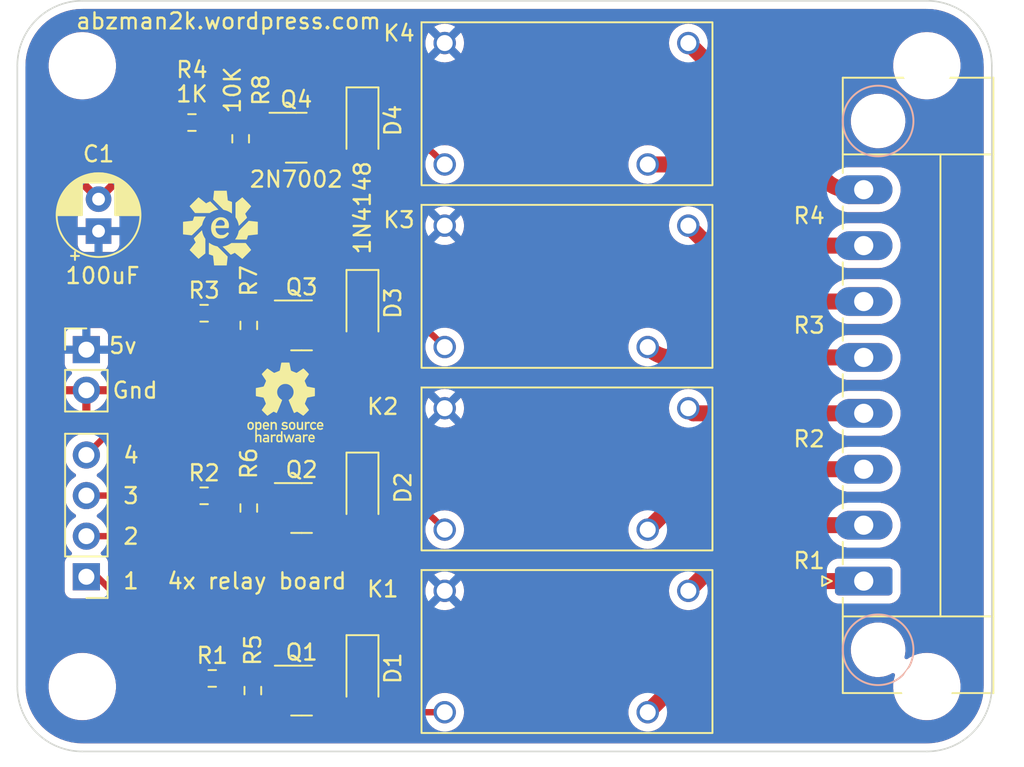
<source format=kicad_pcb>
(kicad_pcb (version 20211014) (generator pcbnew)
  (layers (0 "F.Cu" signal) (31 "B.Cu" signal) (34 "B.Paste" user) (35 "F.Paste" user) (36 "B.SilkS" user "B.Silkscreen") (37 "F.SilkS" user "F.Silkscreen") (38 "B.Mask" user) (39 "F.Mask" user) (44 "Edge.Cuts" user))
  (net 0 "")
  (net 1 "Net-(Q1-Pad1)")
  (net 2 "Net-(D1-Pad2)")
  (net 3 "+5V")
  (net 4 "Net-(D2-Pad2)")
  (net 5 "Net-(D3-Pad2)")
  (net 6 "Net-(D4-Pad2)")
  (net 7 "GND")
  (net 8 "/D1")
  (net 9 "/D2")
  (net 10 "/D3")
  (net 11 "/D4")
  (net 12 "/R1-1")
  (net 13 "/R1-2")
  (net 14 "/R2-1")
  (net 15 "/R2-2")
  (net 16 "/R3-1")
  (net 17 "/R3-2")
  (net 18 "/R4-1")
  (net 19 "/R4-2")
  (net 20 "Net-(Q2-Pad1)")
  (net 21 "Net-(Q3-Pad1)")
  (net 22 "Net-(Q4-Pad1)")
  (footprint "Resistor_SMD:R_0603_1608Metric" (layer "F.Cu") (at 140.208 64.77 -90)
    (fp_text reference "R7" (at -2.794 0 90) (layer "F.SilkS"))
    (fp_text value "10K")
    (pad "1" smd roundrect locked (at -0.825 0 270) (size 0.8 0.95) (layers "F.Cu" "F.Paste" "F.Mask") (net 21 "Net-(Q3-Pad1)"))
    (pad "2" smd roundrect locked (at 0.825 0 270) (size 0.8 0.95) (layers "F.Cu" "F.Paste" "F.Mask") (net 7 "GND"))
  )
  (footprint "Connector_PinHeader_2.54mm:PinHeader_1x02_P2.54mm_Vertical" (layer "F.Cu") (at 130.048 66.289)
    (fp_text reference "J1" hide)
    (fp_text value "Conn_01x02")
    (pad "1" thru_hole rect locked (at 0 0) (size 1.7 1.7) (drill 1) (layers *.Cu *.Mask) (net 3 "+5V"))
    (pad "2" thru_hole oval locked (at 0 2.54) (size 1.7 1.7) (drill 1) (layers *.Cu *.Mask) (net 7 "GND"))
  )
  (footprint "Connector_Phoenix_MC:PhoenixContact_MC_1,5_8-GF-3.5_1x08_P3.50mm_Horizontal_ThreadedFlange_MountHole" (layer "F.Cu") (at 178.6775 80.775 90)
    (fp_text reference "J3" hide)
    (fp_text value "Screw_Terminal_01x08")
    (pad "" np_thru_hole circle locked (at 28.8 0.9 90) (size 2.4 2.4) (drill 2.4) (layers *.Cu *.Mask))
    (pad "" np_thru_hole circle locked (at -4.3 0.9 90) (size 2.4 2.4) (drill 2.4) (layers *.Cu *.Mask))
    (pad "1" thru_hole roundrect locked (at 0 0 90) (size 1.8 3.6) (drill 1.2) (layers *.Cu *.Mask) (roundrect_rratio 0.1388888889) (net 12 "/R1-1"))
    (pad "2" thru_hole oval locked (at 3.5 0 90) (size 1.8 3.6) (drill 1.2) (layers *.Cu *.Mask) (net 13 "/R1-2"))
    (pad "3" thru_hole oval locked (at 7 0 90) (size 1.8 3.6) (drill 1.2) (layers *.Cu *.Mask) (net 14 "/R2-1"))
    (pad "4" thru_hole oval locked (at 10.5 0 90) (size 1.8 3.6) (drill 1.2) (layers *.Cu *.Mask) (net 15 "/R2-2"))
    (pad "5" thru_hole oval locked (at 14 0 90) (size 1.8 3.6) (drill 1.2) (layers *.Cu *.Mask) (net 16 "/R3-1"))
    (pad "6" thru_hole oval locked (at 17.5 0 90) (size 1.8 3.6) (drill 1.2) (layers *.Cu *.Mask) (net 17 "/R3-2"))
    (pad "7" thru_hole oval locked (at 21 0 90) (size 1.8 3.6) (drill 1.2) (layers *.Cu *.Mask) (net 18 "/R4-1"))
    (pad "8" thru_hole oval locked (at 24.5 0 90) (size 1.8 3.6) (drill 1.2) (layers *.Cu *.Mask) (net 19 "/R4-2"))
  )
  (footprint "Diode_SMD:D_SOD-123F" (layer "F.Cu") (at 147.32 52.07 -90)
    (fp_text reference "D4" (at -0.127 -1.905 90) (layer "F.SilkS"))
    (fp_text value "1N4148" (at 5.334 0 90) (layer "F.SilkS"))
    (pad "1" smd rect locked (at -1.4 0 270) (size 1.1 1.1) (layers "F.Cu" "F.Paste" "F.Mask") (net 3 "+5V"))
    (pad "2" smd rect locked (at 1.4 0 270) (size 1.1 1.1) (layers "F.Cu" "F.Paste" "F.Mask") (net 6 "Net-(D4-Pad2)"))
  )
  (footprint "MountingHole:MountingHole_3.2mm_M3" (layer "F.Cu") (at 182.626 87.376)
    (fp_text reference "H2" hide)
    (fp_text value "MountingHole")
    (pad "" np_thru_hole circle locked (at 0 0) (size 3.2 3.2) (drill 3.2) (layers *.Cu *.Mask))
  )
  (footprint "Resistor_SMD:R_0603_1608Metric" (layer "F.Cu") (at 137.414 75.438)
    (fp_text reference "R2" (at 0 -1.43) (layer "F.SilkS"))
    (fp_text value "1K")
    (pad "1" smd roundrect locked (at -0.825 0) (size 0.8 0.95) (layers "F.Cu" "F.Paste" "F.Mask") (net 9 "/D2"))
    (pad "2" smd roundrect locked (at 0.825 0) (size 0.8 0.95) (layers "F.Cu" "F.Paste" "F.Mask") (net 20 "Net-(Q2-Pad1)"))
  )
  (footprint "Evan's misc parts:sonoff relay" (layer "F.Cu") (at 150.765 68.405)
    (fp_text reference "K2" (at -2.175 1.445 unlocked) (layer "F.SilkS"))
    (fp_text value "sonoff_relay")
    (pad "1" thru_hole circle (at 1.7 1.55) (size 1.4 1.4) (drill 1) (layers *.Cu *.Mask) (net 3 "+5V"))
    (pad "2" thru_hole circle (at 16.94 1.55) (size 1.4 1.4) (drill 1) (layers *.Cu *.Mask) (net 15 "/R2-2"))
    (pad "3" thru_hole circle (at 14.4 9.15) (size 1.4 1.4) (drill 1) (layers *.Cu *.Mask) (net 14 "/R2-1"))
    (pad "4" thru_hole circle (at 1.7 9.15) (size 1.4 1.4) (drill 1) (layers *.Cu *.Mask) (net 4 "Net-(D2-Pad2)"))
  )
  (footprint "Package_TO_SOT_SMD:SOT-23" (layer "F.Cu") (at 143.51 76.2)
    (fp_text reference "Q2" (at 0 -2.4) (layer "F.SilkS"))
    (fp_text value "2N7002")
    (pad "1" smd roundrect locked (at -0.9375 -0.95) (size 1.475 0.6) (layers "F.Cu" "F.Paste" "F.Mask") (net 20 "Net-(Q2-Pad1)"))
    (pad "2" smd roundrect locked (at -0.9375 0.95) (size 1.475 0.6) (layers "F.Cu" "F.Paste" "F.Mask") (net 7 "GND"))
    (pad "3" smd roundrect locked (at 0.9375 0) (size 1.475 0.6) (layers "F.Cu" "F.Paste" "F.Mask") (net 4 "Net-(D2-Pad2)"))
  )
  (footprint "Resistor_SMD:R_0603_1608Metric" (layer "F.Cu") (at 136.652 52.07)
    (fp_text reference "R4" (at 0 -3.302) (layer "F.SilkS"))
    (fp_text value "1K" (at 0 -1.778) (layer "F.SilkS"))
    (pad "1" smd roundrect locked (at -0.825 0) (size 0.8 0.95) (layers "F.Cu" "F.Paste" "F.Mask") (net 11 "/D4"))
    (pad "2" smd roundrect locked (at 0.825 0) (size 0.8 0.95) (layers "F.Cu" "F.Paste" "F.Mask") (net 22 "Net-(Q4-Pad1)"))
  )
  (footprint "Capacitor_THT:CP_Radial_D5.0mm_P2.00mm" (layer "F.Cu") (at 130.81 58.867113 90)
    (fp_text reference "C1" (at 4.826 0 180) (layer "F.SilkS"))
    (fp_text value "100uF" (at -2.794 0.254 180) (layer "F.SilkS"))
    (pad "1" thru_hole rect locked (at 0 0 90) (size 1.6 1.6) (drill 0.8) (layers *.Cu *.Mask) (net 3 "+5V"))
    (pad "2" thru_hole circle locked (at 2 0 90) (size 1.6 1.6) (drill 0.8) (layers *.Cu *.Mask) (net 7 "GND"))
  )
  (footprint "Diode_SMD:D_SOD-123F" (layer "F.Cu") (at 147.32 63.5 -90)
    (fp_text reference "D3" (at -0.127 -1.905 90) (layer "F.SilkS"))
    (fp_text value "1N4148")
    (pad "1" smd rect locked (at -1.4 0 270) (size 1.1 1.1) (layers "F.Cu" "F.Paste" "F.Mask") (net 3 "+5V"))
    (pad "2" smd rect locked (at 1.4 0 270) (size 1.1 1.1) (layers "F.Cu" "F.Paste" "F.Mask") (net 5 "Net-(D3-Pad2)"))
  )
  (footprint "Package_TO_SOT_SMD:SOT-23" (layer "F.Cu") (at 143.1775 53.02)
    (fp_text reference "Q4" (at 0 -2.4) (layer "F.SilkS"))
    (fp_text value "2N7002" (at 0 2.606) (layer "F.SilkS"))
    (pad "1" smd roundrect locked (at -0.9375 -0.95) (size 1.475 0.6) (layers "F.Cu" "F.Paste" "F.Mask") (net 22 "Net-(Q4-Pad1)"))
    (pad "2" smd roundrect locked (at -0.9375 0.95) (size 1.475 0.6) (layers "F.Cu" "F.Paste" "F.Mask") (net 7 "GND"))
    (pad "3" smd roundrect locked (at 0.9375 0) (size 1.475 0.6) (layers "F.Cu" "F.Paste" "F.Mask") (net 6 "Net-(D4-Pad2)"))
  )
  (footprint "Connector_PinHeader_2.54mm:PinHeader_1x04_P2.54mm_Vertical" (layer "F.Cu") (at 130.048 80.503 180)
    (fp_text reference "J2" hide)
    (fp_text value "Conn_01x04")
    (pad "1" thru_hole rect locked (at 0 0 180) (size 1.7 1.7) (drill 1) (layers *.Cu *.Mask) (net 8 "/D1"))
    (pad "2" thru_hole oval locked (at 0 2.54 180) (size 1.7 1.7) (drill 1) (layers *.Cu *.Mask) (net 9 "/D2"))
    (pad "3" thru_hole oval locked (at 0 5.08 180) (size 1.7 1.7) (drill 1) (layers *.Cu *.Mask) (net 10 "/D3"))
    (pad "4" thru_hole oval locked (at 0 7.62 180) (size 1.7 1.7) (drill 1) (layers *.Cu *.Mask) (net 11 "/D4"))
  )
  (footprint "Resistor_SMD:R_0603_1608Metric" (layer "F.Cu") (at 140.208 76.2 -90)
    (fp_text reference "R6" (at -2.794 0 90) (layer "F.SilkS"))
    (fp_text value "10K")
    (pad "1" smd roundrect locked (at -0.825 0 270) (size 0.8 0.95) (layers "F.Cu" "F.Paste" "F.Mask") (net 20 "Net-(Q2-Pad1)"))
    (pad "2" smd roundrect locked (at 0.825 0 270) (size 0.8 0.95) (layers "F.Cu" "F.Paste" "F.Mask") (net 7 "GND"))
  )
  (footprint "Evan's misc parts:OSHW gear" (layer "F.Cu") (at 142.494 69.596)
    (fp_text reference "G***" hide)
    (fp_text value "LOGO" hide)
  )
  (footprint "Evan's misc parts:sonoff relay" (layer "F.Cu") (at 150.765 79.835)
    (fp_text reference "K1" (at -2.175 1.445 unlocked) (layer "F.SilkS"))
    (fp_text value "sonoff_relay")
    (pad "1" thru_hole circle (at 1.7 1.55) (size 1.4 1.4) (drill 1) (layers *.Cu *.Mask) (net 3 "+5V"))
    (pad "2" thru_hole circle (at 16.94 1.55) (size 1.4 1.4) (drill 1) (layers *.Cu *.Mask) (net 13 "/R1-2"))
    (pad "3" thru_hole circle (at 14.4 9.15) (size 1.4 1.4) (drill 1) (layers *.Cu *.Mask) (net 12 "/R1-1"))
    (pad "4" thru_hole circle (at 1.7 9.15) (size 1.4 1.4) (drill 1) (layers *.Cu *.Mask) (net 2 "Net-(D1-Pad2)"))
  )
  (footprint "Resistor_SMD:R_0603_1608Metric" (layer "F.Cu") (at 140.462 87.63 -90)
    (fp_text reference "R5" (at -2.54 0 90) (layer "F.SilkS"))
    (fp_text value "10K")
    (pad "1" smd roundrect locked (at -0.825 0 270) (size 0.8 0.95) (layers "F.Cu" "F.Paste" "F.Mask") (net 1 "Net-(Q1-Pad1)"))
    (pad "2" smd roundrect locked (at 0.825 0 270) (size 0.8 0.95) (layers "F.Cu" "F.Paste" "F.Mask") (net 7 "GND"))
  )
  (footprint "MountingHole:MountingHole_3.2mm_M3" (layer "F.Cu") (at 129.794 87.376)
    (fp_text reference "H4" hide)
    (fp_text value "MountingHole")
    (pad "" np_thru_hole circle locked (at 0 0) (size 3.2 3.2) (drill 3.2) (layers *.Cu *.Mask))
  )
  (footprint "Package_TO_SOT_SMD:SOT-23" (layer "F.Cu") (at 143.51 87.63)
    (fp_text reference "Q1" (at 0 -2.4) (layer "F.SilkS"))
    (fp_text value "2N7002")
    (pad "1" smd roundrect locked (at -0.9375 -0.95) (size 1.475 0.6) (layers "F.Cu" "F.Paste" "F.Mask") (net 1 "Net-(Q1-Pad1)"))
    (pad "2" smd roundrect locked (at -0.9375 0.95) (size 1.475 0.6) (layers "F.Cu" "F.Paste" "F.Mask") (net 7 "GND"))
    (pad "3" smd roundrect locked (at 0.9375 0) (size 1.475 0.6) (layers "F.Cu" "F.Paste" "F.Mask") (net 2 "Net-(D1-Pad2)"))
  )
  (footprint "Resistor_SMD:R_0603_1608Metric" (layer "F.Cu") (at 137.922 86.868)
    (fp_text reference "R1" (at 0 -1.43) (layer "F.SilkS"))
    (fp_text value "1K")
    (pad "1" smd roundrect locked (at -0.825 0) (size 0.8 0.95) (layers "F.Cu" "F.Paste" "F.Mask") (net 8 "/D1"))
    (pad "2" smd roundrect locked (at 0.825 0) (size 0.8 0.95) (layers "F.Cu" "F.Paste" "F.Mask") (net 1 "Net-(Q1-Pad1)"))
  )
  (footprint "Diode_SMD:D_SOD-123F" (layer "F.Cu") (at 147.32 86.36 -90)
    (fp_text reference "D1" (at -0.127 -1.905 90) (layer "F.SilkS"))
    (fp_text value "1N4148")
    (pad "1" smd rect locked (at -1.4 0 270) (size 1.1 1.1) (layers "F.Cu" "F.Paste" "F.Mask") (net 3 "+5V"))
    (pad "2" smd rect locked (at 1.4 0 270) (size 1.1 1.1) (layers "F.Cu" "F.Paste" "F.Mask") (net 2 "Net-(D1-Pad2)"))
  )
  (footprint "MountingHole:MountingHole_3.2mm_M3" (layer "F.Cu") (at 129.794 48.514)
    (fp_text reference "H3" hide)
    (fp_text value "MountingHole")
    (pad "" np_thru_hole circle locked (at 0 0) (size 3.2 3.2) (drill 3.2) (layers *.Cu *.Mask))
  )
  (footprint "Resistor_SMD:R_0603_1608Metric" (layer "F.Cu") (at 137.414 64.008)
    (fp_text reference "R3" (at 0 -1.43) (layer "F.SilkS"))
    (fp_text value "1K")
    (pad "1" smd roundrect locked (at -0.825 0) (size 0.8 0.95) (layers "F.Cu" "F.Paste" "F.Mask") (net 10 "/D3"))
    (pad "2" smd roundrect locked (at 0.825 0) (size 0.8 0.95) (layers "F.Cu" "F.Paste" "F.Mask") (net 21 "Net-(Q3-Pad1)"))
  )
  (footprint "Evan's misc parts:sonoff relay" (layer "F.Cu") (at 150.765 45.545)
    (fp_text reference "K4" (at -1.159 0.937 unlocked) (layer "F.SilkS"))
    (fp_text value "sonoff_relay")
    (pad "1" thru_hole circle (at 1.7 1.55) (size 1.4 1.4) (drill 1) (layers *.Cu *.Mask) (net 3 "+5V"))
    (pad "2" thru_hole circle (at 16.94 1.55) (size 1.4 1.4) (drill 1) (layers *.Cu *.Mask) (net 19 "/R4-2"))
    (pad "3" thru_hole circle (at 14.4 9.15) (size 1.4 1.4) (drill 1) (layers *.Cu *.Mask) (net 18 "/R4-1"))
    (pad "4" thru_hole circle (at 1.7 9.15) (size 1.4 1.4) (drill 1) (layers *.Cu *.Mask) (net 6 "Net-(D4-Pad2)"))
  )
  (footprint "Diode_SMD:D_SOD-123F" (layer "F.Cu") (at 147.32 74.93 -90)
    (fp_text reference "D2" (at 0 -2.54 -90) (layer "F.SilkS"))
    (fp_text value "1N4148")
    (pad "1" smd rect locked (at -1.4 0 270) (size 1.1 1.1) (layers "F.Cu" "F.Paste" "F.Mask") (net 3 "+5V"))
    (pad "2" smd rect locked (at 1.4 0 270) (size 1.1 1.1) (layers "F.Cu" "F.Paste" "F.Mask") (net 4 "Net-(D2-Pad2)"))
  )
  (footprint "Resistor_SMD:R_0603_1608Metric" (layer "F.Cu") (at 139.7 53.086 -90)
    (fp_text reference "R8" (at -3.048 -1.27 90) (layer "F.SilkS"))
    (fp_text value "10K" (at -3.048 0.508 90) (layer "F.SilkS"))
    (pad "1" smd roundrect locked (at -0.825 0 270) (size 0.8 0.95) (layers "F.Cu" "F.Paste" "F.Mask") (net 22 "Net-(Q4-Pad1)"))
    (pad "2" smd roundrect locked (at 0.825 0 270) (size 0.8 0.95) (layers "F.Cu" "F.Paste" "F.Mask") (net 7 "GND"))
  )
  (footprint "Evan's misc parts:Evan Logo" (layer "F.Cu") (at 138.43 58.674)
    (fp_text reference "REF**" hide)
    (fp_text value "LOGO")
  )
  (footprint "MountingHole:MountingHole_3.2mm_M3" (layer "F.Cu") (at 182.626 48.514)
    (fp_text reference "H1" hide)
    (fp_text value "MountingHole")
    (pad "" np_thru_hole circle locked (at 0 0) (size 3.2 3.2) (drill 3.2) (layers *.Cu *.Mask))
  )
  (footprint "Evan's misc parts:sonoff relay" (layer "F.Cu") (at 150.765 56.975)
    (fp_text reference "K3" (at -1.159 1.191 unlocked) (layer "F.SilkS"))
    (fp_text value "sonoff_relay")
    (pad "1" thru_hole circle (at 1.7 1.55) (size 1.4 1.4) (drill 1) (layers *.Cu *.Mask) (net 3 "+5V"))
    (pad "2" thru_hole circle (at 16.94 1.55) (size 1.4 1.4) (drill 1) (layers *.Cu *.Mask) (net 17 "/R3-2"))
    (pad "3" thru_hole circle (at 14.4 9.15) (size 1.4 1.4) (drill 1) (layers *.Cu *.Mask) (net 16 "/R3-1"))
    (pad "4" thru_hole circle (at 1.7 9.15) (size 1.4 1.4) (drill 1) (layers *.Cu *.Mask) (net 5 "Net-(D3-Pad2)"))
  )
  (footprint "Package_TO_SOT_SMD:SOT-23" (layer "F.Cu") (at 143.51 64.77)
    (fp_text reference "Q3" (at 0 -2.4) (layer "F.SilkS"))
    (fp_text value "2N7002")
    (pad "1" smd roundrect locked (at -0.9375 -0.95) (size 1.475 0.6) (layers "F.Cu" "F.Paste" "F.Mask") (net 21 "Net-(Q3-Pad1)"))
    (pad "2" smd roundrect locked (at -0.9375 0.95) (size 1.475 0.6) (layers "F.Cu" "F.Paste" "F.Mask") (net 7 "GND"))
    (pad "3" smd roundrect locked (at 0.9375 0) (size 1.475 0.6) (layers "F.Cu" "F.Paste" "F.Mask") (net 5 "Net-(D3-Pad2)"))
  )
  (gr_line (start 129.794 44.45) (end 182.626 44.45) (layer "Edge.Cuts") (width 0.1))
  (gr_line (start 125.73 87.376) (end 125.73 48.514) (layer "Edge.Cuts") (width 0.1))
  (gr_arc (start 125.73 48.514) (mid 126.920318 45.640318) (end 129.794 44.45) (layer "Edge.Cuts") (width 0.1))
  (gr_line (start 186.69 48.514) (end 186.69 87.376) (layer "Edge.Cuts") (width 0.1))
  (gr_line (start 182.626 91.44) (end 129.794 91.44) (layer "Edge.Cuts") (width 0.1))
  (gr_arc (start 129.794 91.44) (mid 126.920318 90.249682) (end 125.73 87.376) (layer "Edge.Cuts") (width 0.1))
  (gr_arc (start 182.626 44.45) (mid 185.499682 45.640318) (end 186.69 48.514) (layer "Edge.Cuts") (width 0.1))
  (gr_arc (start 186.69 87.376) (mid 185.499682 90.249682) (end 182.626 91.44) (layer "Edge.Cuts") (width 0.1))
  (gr_text "4" (at 132.842 72.898) (layer "F.SilkS") (effects (font (size 1 1))))
  (gr_text "abzman2k.wordpress.com" (at 138.938 45.72) (layer "F.SilkS") (effects (font (size 1 1))))
  (gr_text "Gnd" (at 133.096 68.834) (layer "F.SilkS") (effects (font (size 1 1))))
  (gr_text "5v" (at 132.334 66.04) (layer "F.SilkS") (effects (font (size 1 1))))
  (gr_text "3" (at 132.842 75.438) (layer "F.SilkS") (effects (font (size 1 1))))
  (gr_text "4x relay board" (at 140.716 80.772) (layer "F.SilkS") (effects (font (size 1 1))))
  (gr_text "1" (at 132.842 80.772) (layer "F.SilkS") (effects (font (size 1 1))))
  (gr_text "R4" (at 175.26 57.912) (layer "F.SilkS") (effects (font (size 1 1))))
  (gr_text "R3" (at 175.26 64.77) (layer "F.SilkS") (effects (font (size 1 1))))
  (gr_text "R1" (at 175.26 79.502) (layer "F.SilkS") (effects (font (size 1 1))))
  (gr_text "R2" (at 175.26 71.882) (layer "F.SilkS") (effects (font (size 1 1))))
  (gr_text "2" (at 132.842 77.978) (layer "F.SilkS") (effects (font (size 1 1))))
  (segment (start 140.462 86.805) (end 138.81 86.805) (width 0.4) (layer "F.Cu") (net 1))
  (segment (start 138.81 86.805) (end 138.747 86.868) (width 0.4) (layer "F.Cu") (net 1))
  (segment (start 142.5725 86.68) (end 140.587 86.68) (width 0.4) (layer "F.Cu") (net 1))
  (segment (start 140.587 86.68) (end 140.462 86.805) (width 0.4) (layer "F.Cu") (net 1))
  (segment (start 144.4475 87.63) (end 147.19 87.63) (width 0.4) (layer "F.Cu") (net 2))
  (segment (start 147.959213 88.399213) (end 147.32 87.76) (width 0.4) (layer "F.Cu") (net 2))
  (segment (start 147.19 87.63) (end 147.32 87.76) (width 0.4) (layer "F.Cu") (net 2))
  (segment (start 152.465 88.985) (end 149.373427 88.985) (width 0.4) (layer "F.Cu") (net 2))
  (arc (start 147.959213 88.399213) (mid 148.60806 88.832759) (end 149.373427 88.985) (width 0.4) (layer "F.Cu") (net 2))
  (segment (start 149.475787 61.514213) (end 152.465 58.525) (width 0.4) (layer "F.Cu") (net 3))
  (segment (start 147.32 62.1) (end 148.061573 62.1) (width 0.4) (layer "F.Cu") (net 3))
  (segment (start 147.32 73.53) (end 148.061573 73.53) (width 0.4) (layer "F.Cu") (net 3))
  (segment (start 149.475787 84.374213) (end 152.465 81.385) (width 0.4) (layer "F.Cu") (net 3))
  (segment (start 152.465 47.095) (end 149.475786 50.084214) (width 0.4) (layer "F.Cu") (net 3))
  (segment (start 149.475787 72.944213) (end 152.465 69.955) (width 0.4) (layer "F.Cu") (net 3))
  (segment (start 147.32 84.96) (end 148.061573 84.96) (width 0.4) (layer "F.Cu") (net 3))
  (segment (start 148.061573 50.67) (end 147.32 50.67) (width 0.4) (layer "F.Cu") (net 3))
  (arc (start 148.061573 50.67) (mid 148.82694 50.517759) (end 149.475786 50.084214) (width 0.4) (layer "F.Cu") (net 3))
  (arc (start 148.061573 84.96) (mid 148.82694 84.807759) (end 149.475787 84.374213) (width 0.4) (layer "F.Cu") (net 3))
  (arc (start 148.061573 73.53) (mid 148.82694 73.377759) (end 149.475787 72.944213) (width 0.4) (layer "F.Cu") (net 3))
  (arc (start 149.475787 61.514213) (mid 148.82694 61.947759) (end 148.061573 62.1) (width 0.4) (layer "F.Cu") (net 3))
  (segment (start 147.32 76.33) (end 150.411573 76.33) (width 0.4) (layer "F.Cu") (net 4))
  (segment (start 151.825787 76.915787) (end 152.465 77.555) (width 0.4) (layer "F.Cu") (net 4))
  (segment (start 144.4475 76.2) (end 147.19 76.2) (width 0.4) (layer "F.Cu") (net 4))
  (segment (start 147.19 76.2) (end 147.32 76.33) (width 0.4) (layer "F.Cu") (net 4))
  (arc (start 151.825787 76.915787) (mid 151.17694 76.482241) (end 150.411573 76.33) (width 0.4) (layer "F.Cu") (net 4))
  (segment (start 147.32 64.9) (end 144.5775 64.9) (width 0.4) (layer "F.Cu") (net 5))
  (segment (start 151.825787 65.485787) (end 152.465 66.125) (width 0.4) (layer "F.Cu") (net 5))
  (segment (start 147.32 64.9) (end 150.411573 64.9) (width 0.4) (layer "F.Cu") (net 5))
  (segment (start 144.5775 64.9) (end 144.4475 64.77) (width 0.4) (layer "F.Cu") (net 5))
  (arc (start 150.411573 64.9) (mid 151.17694 65.052241) (end 151.825787 65.485787) (width 0.4) (layer "F.Cu") (net 5))
  (segment (start 147.32 53.47) (end 150.411573 53.47) (width 0.4) (layer "F.Cu") (net 6))
  (segment (start 147.32 53.47) (end 144.565 53.47) (width 0.4) (layer "F.Cu") (net 6))
  (segment (start 151.825787 54.055787) (end 152.465 54.695) (width 0.4) (layer "F.Cu") (net 6))
  (segment (start 144.565 53.47) (end 144.115 53.02) (width 0.4) (layer "F.Cu") (net 6))
  (arc (start 151.825787 54.055787) (mid 151.17694 53.622241) (end 150.411573 53.47) (width 0.4) (layer "F.Cu") (net 6))
  (segment (start 130.048 80.503) (end 130.732 80.503) (width 0.4) (layer "F.Cu") (net 8))
  (segment (start 130.732 80.503) (end 137.097 86.868) (width 0.4) (layer "F.Cu") (net 8))
  (segment (start 130.048 77.963) (end 133.235573 77.963) (width 0.4) (layer "F.Cu") (net 9))
  (segment (start 134.649787 77.377213) (end 136.589 75.438) (width 0.4) (layer "F.Cu") (net 9))
  (arc (start 134.649787 77.377213) (mid 134.00094 77.810759) (end 133.235573 77.963) (width 0.4) (layer "F.Cu") (net 9))
  (segment (start 130.048 75.423) (end 132.028573 75.423) (width 0.4) (layer "F.Cu") (net 10))
  (segment (start 136.589 70.862573) (end 136.589 64.008) (width 0.4) (layer "F.Cu") (net 10))
  (segment (start 133.442787 74.837213) (end 136.003214 72.276786) (width 0.4) (layer "F.Cu") (net 10))
  (arc (start 132.028573 75.423) (mid 132.79394 75.270759) (end 133.442787 74.837213) (width 0.4) (layer "F.Cu") (net 10))
  (arc (start 136.589 70.862573) (mid 136.436759 71.62794) (end 136.003214 72.276786) (width 0.4) (layer "F.Cu") (net 10))
  (segment (start 130.048 72.883) (end 133.780214 69.150786) (width 0.4) (layer "F.Cu") (net 11))
  (segment (start 134.366 67.736573) (end 134.366 54.359427) (width 0.4) (layer "F.Cu") (net 11))
  (segment (start 134.951787 52.945213) (end 135.827 52.07) (width 0.4) (layer "F.Cu") (net 11))
  (arc (start 134.366 54.359427) (mid 134.518241 53.59406) (end 134.951787 52.945213) (width 0.4) (layer "F.Cu") (net 11))
  (arc (start 134.366 67.736573) (mid 134.213759 68.50194) (end 133.780214 69.150786) (width 0.4) (layer "F.Cu") (net 11))
  (segment (start 172.789213 81.360787) (end 165.165 88.985) (width 1) (layer "F.Cu") (net 12))
  (segment (start 178.6775 80.775) (end 174.203427 80.775) (width 1) (layer "F.Cu") (net 12))
  (arc (start 174.203427 80.775) (mid 173.43806 80.927241) (end 172.789213 81.360787) (width 1) (layer "F.Cu") (net 12))
  (segment (start 171.229213 77.860787) (end 167.705 81.385) (width 1) (layer "F.Cu") (net 13))
  (segment (start 178.6185 77.216) (end 178.6775 77.275) (width 1) (layer "F.Cu") (net 13))
  (segment (start 178.6775 77.275) (end 172.643427 77.275) (width 1) (layer "F.Cu") (net 13))
  (arc (start 172.643427 77.275) (mid 171.87806 77.427241) (end 171.229213 77.860787) (width 1) (layer "F.Cu") (net 13))
  (segment (start 178.6775 73.775) (end 169.773427 73.775) (width 1) (layer "F.Cu") (net 14))
  (segment (start 178.3085 73.406) (end 178.6775 73.775) (width 1) (layer "F.Cu") (net 14))
  (segment (start 168.359213 74.360787) (end 165.165 77.555) (width 1) (layer "F.Cu") (net 14))
  (arc (start 168.359213 74.360787) (mid 169.00806 73.927241) (end 169.773427 73.775) (width 1) (layer "F.Cu") (net 14))
  (segment (start 168.025 70.275) (end 167.705 69.955) (width 1) (layer "F.Cu") (net 15))
  (segment (start 178.6775 70.275) (end 168.025 70.275) (width 1) (layer "F.Cu") (net 15))
  (segment (start 165.229213 66.189213) (end 165.165 66.125) (width 1) (layer "F.Cu") (net 16))
  (segment (start 178.613287 66.710787) (end 178.6775 66.775) (width 0.4) (layer "F.Cu") (net 16))
  (segment (start 178.6775 66.775) (end 166.643427 66.775) (width 1) (layer "F.Cu") (net 16))
  (arc (start 166.643427 66.775) (mid 165.87806 66.622759) (end 165.229213 66.189213) (width 1) (layer "F.Cu") (net 16))
  (segment (start 171.869213 62.689213) (end 167.705 58.525) (width 1) (layer "F.Cu") (net 17))
  (segment (start 178.6775 63.275) (end 173.283427 63.275) (width 1) (layer "F.Cu") (net 17))
  (arc (start 173.283427 63.275) (mid 172.51806 63.122759) (end 171.869213 62.689213) (width 1) (layer "F.Cu") (net 17))
  (segment (start 169.182573 54.695) (end 165.165 54.695) (width 1) (layer "F.Cu") (net 18))
  (segment (start 174.505213 59.189213) (end 170.596786 55.280786) (width 1) (layer "F.Cu") (net 18))
  (segment (start 178.6775 59.775) (end 175.919427 59.775) (width 1) (layer "F.Cu") (net 18))
  (arc (start 170.596786 55.280786) (mid 169.94794 54.847241) (end 169.182573 54.695) (width 1) (layer "F.Cu") (net 18))
  (arc (start 175.919427 59.775) (mid 175.15406 59.622759) (end 174.505213 59.189213) (width 1) (layer "F.Cu") (net 18))
  (segment (start 176.299213 55.689213) (end 167.705 47.095) (width 1) (layer "F.Cu") (net 19))
  (segment (start 178.6775 56.275) (end 177.713427 56.275) (width 1) (layer "F.Cu") (net 19))
  (arc (start 177.713427 56.275) (mid 176.94806 56.122759) (end 176.299213 55.689213) (width 1) (layer "F.Cu") (net 19))
  (segment (start 142.5725 75.25) (end 140.333 75.25) (width 0.4) (layer "F.Cu") (net 20))
  (segment (start 140.333 75.25) (end 140.208 75.375) (width 0.4) (layer "F.Cu") (net 20))
  (segment (start 140.208 75.375) (end 138.302 75.375) (width 0.4) (layer "F.Cu") (net 20))
  (segment (start 138.302 75.375) (end 138.239 75.438) (width 0.4) (layer "F.Cu") (net 20))
  (segment (start 142.5725 63.82) (end 140.333 63.82) (width 0.4) (layer "F.Cu") (net 21))
  (segment (start 140.208 63.945) (end 138.302 63.945) (width 0.4) (layer "F.Cu") (net 21))
  (segment (start 138.302 63.945) (end 138.239 64.008) (width 0.4) (layer "F.Cu") (net 21))
  (segment (start 140.333 63.82) (end 140.208 63.945) (width 0.4) (layer "F.Cu") (net 21))
  (segment (start 139.7 52.261) (end 137.668 52.261) (width 0.4) (layer "F.Cu") (net 22))
  (segment (start 142.24 52.07) (end 139.891 52.07) (width 0.4) (layer "F.Cu") (net 22))
  (segment (start 137.668 52.261) (end 137.477 52.07) (width 0.4) (layer "F.Cu") (net 22))
  (segment (start 139.891 52.07) (end 139.7 52.261) (width 0.4) (layer "F.Cu") (net 22))
  (zone (net 7) (net_name "GND") (layer "F.Cu") (connect_pads (clearance 0.508)) (min_thickness 0.254) (fill yes (thermal_gap 0.508) (thermal_bridge_width 0.508))
    (polygon (pts (xy 186.69 91.44) (xy 125.73 91.44) (xy 125.73 44.45) (xy 186.69 44.45)))
  )
  (zone (net 3) (net_name "+5V") (layer "B.Cu") (connect_pads (clearance 0.508)) (min_thickness 0.254) (fill yes (thermal_gap 0.508) (thermal_bridge_width 0.508))
    (polygon (pts (xy 186.69 91.44) (xy 125.73 91.44) (xy 125.73 44.45) (xy 186.69 44.45)))
  )
)
</source>
